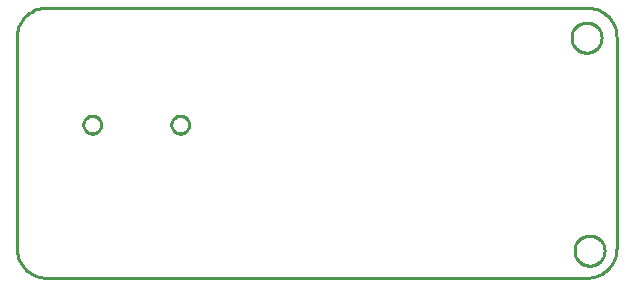
<source format=gbr>
G04 EAGLE Gerber RS-274X export*
G75*
%MOMM*%
%FSLAX34Y34*%
%LPD*%
%IN*%
%IPPOS*%
%AMOC8*
5,1,8,0,0,1.08239X$1,22.5*%
G01*
%ADD10C,0.254000*%


D10*
X0Y25400D02*
X97Y23186D01*
X386Y20989D01*
X865Y18826D01*
X1532Y16713D01*
X2380Y14666D01*
X3403Y12700D01*
X4594Y10831D01*
X5942Y9073D01*
X7440Y7440D01*
X9073Y5942D01*
X10831Y4594D01*
X12700Y3403D01*
X14666Y2380D01*
X16713Y1532D01*
X18826Y865D01*
X20989Y386D01*
X23186Y97D01*
X25400Y0D01*
X482600Y0D01*
X484814Y97D01*
X487011Y386D01*
X489174Y865D01*
X491287Y1532D01*
X493335Y2380D01*
X495300Y3403D01*
X497169Y4594D01*
X498927Y5942D01*
X500561Y7440D01*
X502058Y9073D01*
X503406Y10831D01*
X504597Y12700D01*
X505620Y14666D01*
X506468Y16713D01*
X507135Y18826D01*
X507614Y20989D01*
X507903Y23186D01*
X508000Y25400D01*
X508000Y203200D01*
X507903Y205414D01*
X507614Y207611D01*
X507135Y209774D01*
X506468Y211887D01*
X505620Y213935D01*
X504597Y215900D01*
X503406Y217769D01*
X502058Y219527D01*
X500561Y221161D01*
X498927Y222658D01*
X497169Y224006D01*
X495300Y225197D01*
X493335Y226220D01*
X491287Y227068D01*
X489174Y227735D01*
X487011Y228214D01*
X484814Y228503D01*
X482600Y228600D01*
X25400Y228600D01*
X23186Y228503D01*
X20989Y228214D01*
X18826Y227735D01*
X16713Y227068D01*
X14666Y226220D01*
X12700Y225197D01*
X10831Y224006D01*
X9073Y222658D01*
X7440Y221161D01*
X5942Y219527D01*
X4594Y217769D01*
X3403Y215900D01*
X2380Y213935D01*
X1532Y211887D01*
X865Y209774D01*
X386Y207611D01*
X97Y205414D01*
X0Y203200D01*
X0Y25400D01*
X495300Y202701D02*
X495222Y201706D01*
X495066Y200720D01*
X494833Y199750D01*
X494524Y198801D01*
X494142Y197879D01*
X493689Y196990D01*
X493168Y196139D01*
X492581Y195331D01*
X491933Y194573D01*
X491227Y193867D01*
X490469Y193219D01*
X489661Y192632D01*
X488810Y192111D01*
X487921Y191658D01*
X486999Y191276D01*
X486050Y190967D01*
X485080Y190734D01*
X484094Y190578D01*
X483099Y190500D01*
X482101Y190500D01*
X481106Y190578D01*
X480120Y190734D01*
X479150Y190967D01*
X478201Y191276D01*
X477279Y191658D01*
X476390Y192111D01*
X475539Y192632D01*
X474731Y193219D01*
X473973Y193867D01*
X473267Y194573D01*
X472619Y195331D01*
X472032Y196139D01*
X471511Y196990D01*
X471058Y197879D01*
X470676Y198801D01*
X470367Y199750D01*
X470134Y200720D01*
X469978Y201706D01*
X469900Y202701D01*
X469900Y203699D01*
X469978Y204694D01*
X470134Y205680D01*
X470367Y206650D01*
X470676Y207599D01*
X471058Y208521D01*
X471511Y209410D01*
X472032Y210261D01*
X472619Y211069D01*
X473267Y211827D01*
X473973Y212533D01*
X474731Y213181D01*
X475539Y213768D01*
X476390Y214289D01*
X477279Y214742D01*
X478201Y215124D01*
X479150Y215433D01*
X480120Y215666D01*
X481106Y215822D01*
X482101Y215900D01*
X483099Y215900D01*
X484094Y215822D01*
X485080Y215666D01*
X486050Y215433D01*
X486999Y215124D01*
X487921Y214742D01*
X488810Y214289D01*
X489661Y213768D01*
X490469Y213181D01*
X491227Y212533D01*
X491933Y211827D01*
X492581Y211069D01*
X493168Y210261D01*
X493689Y209410D01*
X494142Y208521D01*
X494524Y207599D01*
X494833Y206650D01*
X495066Y205680D01*
X495222Y204694D01*
X495300Y203699D01*
X495300Y202701D01*
X497840Y22361D02*
X497762Y21366D01*
X497606Y20380D01*
X497373Y19410D01*
X497064Y18461D01*
X496682Y17539D01*
X496229Y16650D01*
X495708Y15799D01*
X495121Y14991D01*
X494473Y14233D01*
X493767Y13527D01*
X493009Y12879D01*
X492201Y12292D01*
X491350Y11771D01*
X490461Y11318D01*
X489539Y10936D01*
X488590Y10627D01*
X487620Y10394D01*
X486634Y10238D01*
X485639Y10160D01*
X484641Y10160D01*
X483646Y10238D01*
X482660Y10394D01*
X481690Y10627D01*
X480741Y10936D01*
X479819Y11318D01*
X478930Y11771D01*
X478079Y12292D01*
X477271Y12879D01*
X476513Y13527D01*
X475807Y14233D01*
X475159Y14991D01*
X474572Y15799D01*
X474051Y16650D01*
X473598Y17539D01*
X473216Y18461D01*
X472907Y19410D01*
X472674Y20380D01*
X472518Y21366D01*
X472440Y22361D01*
X472440Y23359D01*
X472518Y24354D01*
X472674Y25340D01*
X472907Y26310D01*
X473216Y27259D01*
X473598Y28181D01*
X474051Y29070D01*
X474572Y29921D01*
X475159Y30729D01*
X475807Y31487D01*
X476513Y32193D01*
X477271Y32841D01*
X478079Y33428D01*
X478930Y33949D01*
X479819Y34402D01*
X480741Y34784D01*
X481690Y35093D01*
X482660Y35326D01*
X483646Y35482D01*
X484641Y35560D01*
X485639Y35560D01*
X486634Y35482D01*
X487620Y35326D01*
X488590Y35093D01*
X489539Y34784D01*
X490461Y34402D01*
X491350Y33949D01*
X492201Y33428D01*
X493009Y32841D01*
X493767Y32193D01*
X494473Y31487D01*
X495121Y30729D01*
X495708Y29921D01*
X496229Y29070D01*
X496682Y28181D01*
X497064Y27259D01*
X497373Y26310D01*
X497606Y25340D01*
X497762Y24354D01*
X497840Y23359D01*
X497840Y22361D01*
X146060Y129172D02*
X145988Y128438D01*
X145844Y127715D01*
X145630Y127010D01*
X145348Y126329D01*
X145001Y125680D01*
X144591Y125067D01*
X144124Y124497D01*
X143603Y123976D01*
X143033Y123509D01*
X142420Y123099D01*
X141771Y122752D01*
X141090Y122470D01*
X140385Y122256D01*
X139662Y122112D01*
X138928Y122040D01*
X138192Y122040D01*
X137458Y122112D01*
X136735Y122256D01*
X136030Y122470D01*
X135349Y122752D01*
X134700Y123099D01*
X134087Y123509D01*
X133517Y123976D01*
X132996Y124497D01*
X132529Y125067D01*
X132119Y125680D01*
X131772Y126329D01*
X131490Y127010D01*
X131276Y127715D01*
X131132Y128438D01*
X131060Y129172D01*
X131060Y129908D01*
X131132Y130642D01*
X131276Y131365D01*
X131490Y132070D01*
X131772Y132751D01*
X132119Y133400D01*
X132529Y134013D01*
X132996Y134583D01*
X133517Y135104D01*
X134087Y135571D01*
X134700Y135981D01*
X135349Y136328D01*
X136030Y136610D01*
X136735Y136824D01*
X137458Y136968D01*
X138192Y137040D01*
X138928Y137040D01*
X139662Y136968D01*
X140385Y136824D01*
X141090Y136610D01*
X141771Y136328D01*
X142420Y135981D01*
X143033Y135571D01*
X143603Y135104D01*
X144124Y134583D01*
X144591Y134013D01*
X145001Y133400D01*
X145348Y132751D01*
X145630Y132070D01*
X145844Y131365D01*
X145988Y130642D01*
X146060Y129908D01*
X146060Y129172D01*
X71560Y129172D02*
X71488Y128438D01*
X71344Y127715D01*
X71130Y127010D01*
X70848Y126329D01*
X70501Y125680D01*
X70091Y125067D01*
X69624Y124497D01*
X69103Y123976D01*
X68533Y123509D01*
X67920Y123099D01*
X67271Y122752D01*
X66590Y122470D01*
X65885Y122256D01*
X65162Y122112D01*
X64428Y122040D01*
X63692Y122040D01*
X62958Y122112D01*
X62235Y122256D01*
X61530Y122470D01*
X60849Y122752D01*
X60200Y123099D01*
X59587Y123509D01*
X59017Y123976D01*
X58496Y124497D01*
X58029Y125067D01*
X57619Y125680D01*
X57272Y126329D01*
X56990Y127010D01*
X56776Y127715D01*
X56632Y128438D01*
X56560Y129172D01*
X56560Y129908D01*
X56632Y130642D01*
X56776Y131365D01*
X56990Y132070D01*
X57272Y132751D01*
X57619Y133400D01*
X58029Y134013D01*
X58496Y134583D01*
X59017Y135104D01*
X59587Y135571D01*
X60200Y135981D01*
X60849Y136328D01*
X61530Y136610D01*
X62235Y136824D01*
X62958Y136968D01*
X63692Y137040D01*
X64428Y137040D01*
X65162Y136968D01*
X65885Y136824D01*
X66590Y136610D01*
X67271Y136328D01*
X67920Y135981D01*
X68533Y135571D01*
X69103Y135104D01*
X69624Y134583D01*
X70091Y134013D01*
X70501Y133400D01*
X70848Y132751D01*
X71130Y132070D01*
X71344Y131365D01*
X71488Y130642D01*
X71560Y129908D01*
X71560Y129172D01*
M02*

</source>
